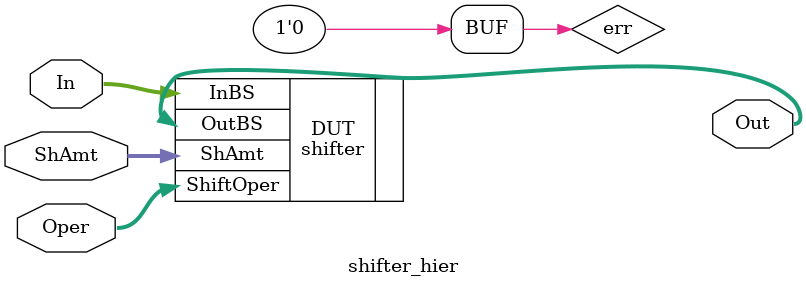
<source format=v>
/*
    CS/ECE 552 Spring '23
    Homework #2, Problem 1
    
    The wrapper module around the barrel shifter to combine it with 
    the clock and reset.
 */
`default_nettype none
module shifter_hier(In, ShAmt, Oper, Out);

    // declare constant for size of inputs, outputs, and # bits to shift
    parameter OPERAND_WIDTH  = 16;
    parameter SHAMT_WIDTH    =  4;
    parameter NUM_OPERATIONS =  2;   

    input wire [OPERAND_WIDTH -1:0] In   ; 
    input wire [SHAMT_WIDTH   -1:0] ShAmt; 
    input wire [NUM_OPERATIONS-1:0] Oper ; 
    output wire [OPERAND_WIDTH -1:0] Out  ; 

    // Signals for clkrst module
    wire clk;
    wire rst;
    wire err;

    assign err = 1'b0;
   
    shifter #(.OPERAND_WIDTH(OPERAND_WIDTH),
              .SHAMT_WIDTH(SHAMT_WIDTH),
              .NUM_OPERATIONS(NUM_OPERATIONS)) 
            DUT (.InBS(In), .ShAmt(ShAmt), .ShiftOper(Oper), .OutBS(Out));

    clkrst c0(.clk(clk),
              .rst(rst),
              .err(err));
   
endmodule // shifter_hier
`default_nettype wire

</source>
